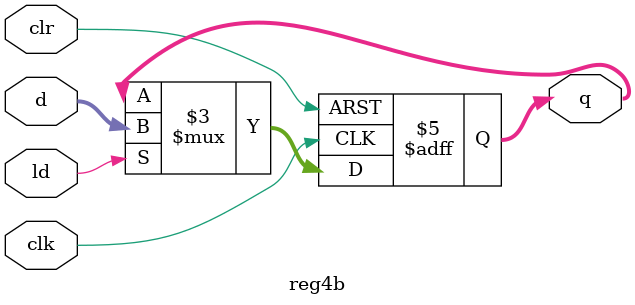
<source format=sv>
module reg4b (
    // declarando as entradas e saídas do registrador de 4b
    input logic clk, clr, ld,
    // entrada do reg_4b = 4 entradas dos ff-d
    input logic [3:0] d,
    // saída do reg_4b = 4 saídas dos ff-d
    output logic [3:0] q
);

    // implementando a lógica sequencial do registrador
    always_ff @(posedge clk or posedge clr) begin
        if (clr == 1'b1)
            // clr = 1 -> zera o registrador (zera os ff-d's)
            q <= 4'b0000;   
        else if (ld)
            // a saída do registrador recebe os dados da entrada [Carga Paralela]
            q <= d;  
    end 
endmodule
</source>
